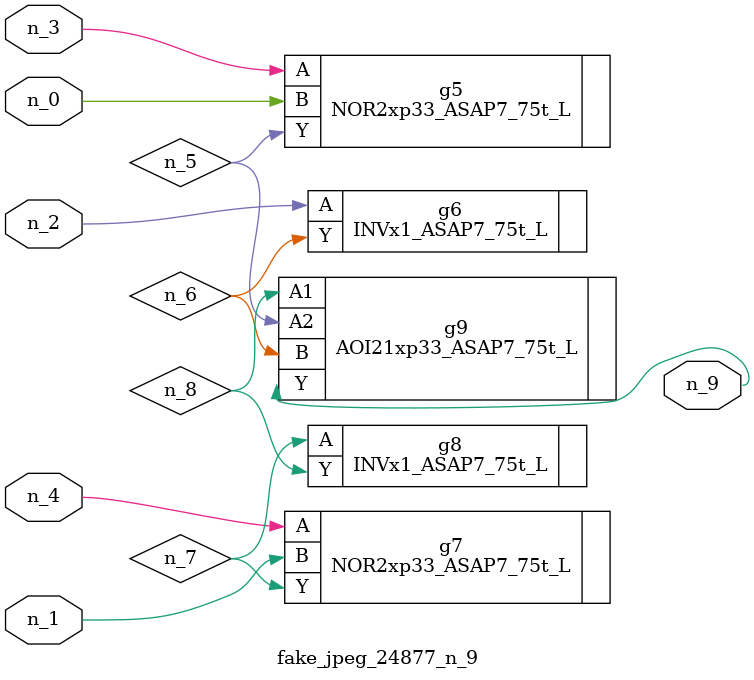
<source format=v>
module fake_jpeg_24877_n_9 (n_3, n_2, n_1, n_0, n_4, n_9);

input n_3;
input n_2;
input n_1;
input n_0;
input n_4;

output n_9;

wire n_8;
wire n_6;
wire n_5;
wire n_7;

NOR2xp33_ASAP7_75t_L g5 ( 
.A(n_3),
.B(n_0),
.Y(n_5)
);

INVx1_ASAP7_75t_L g6 ( 
.A(n_2),
.Y(n_6)
);

NOR2xp33_ASAP7_75t_L g7 ( 
.A(n_4),
.B(n_1),
.Y(n_7)
);

INVx1_ASAP7_75t_L g8 ( 
.A(n_7),
.Y(n_8)
);

AOI21xp33_ASAP7_75t_L g9 ( 
.A1(n_8),
.A2(n_5),
.B(n_6),
.Y(n_9)
);


endmodule
</source>
